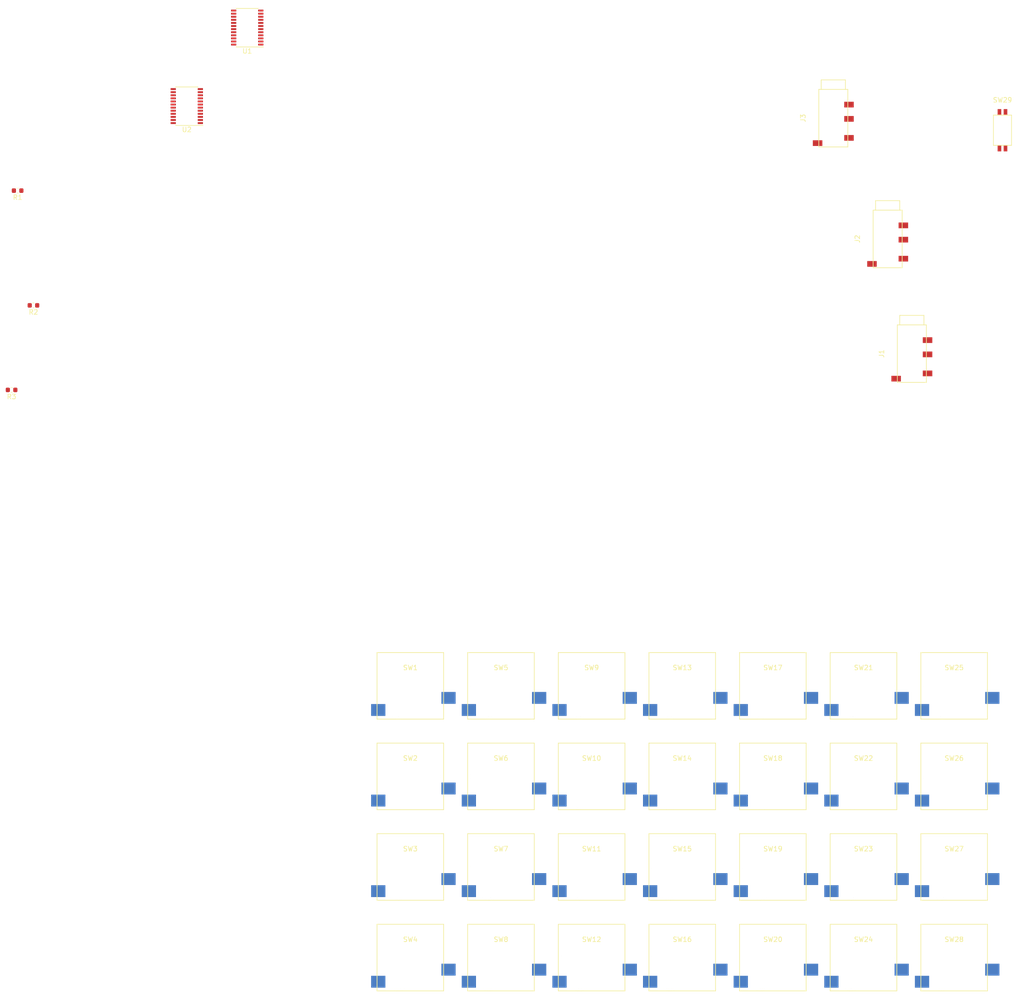
<source format=kicad_pcb>
(kicad_pcb (version 20171130) (host pcbnew 5.0.1-33cea8e~66~ubuntu18.04.1)

  (general
    (thickness 1.6)
    (drawings 0)
    (tracks 0)
    (zones 0)
    (modules 37)
    (nets 44)
  )

  (page A4)
  (layers
    (0 F.Cu signal)
    (31 B.Cu signal)
    (32 B.Adhes user)
    (33 F.Adhes user)
    (34 B.Paste user)
    (35 F.Paste user)
    (36 B.SilkS user)
    (37 F.SilkS user)
    (38 B.Mask user)
    (39 F.Mask user)
    (40 Dwgs.User user)
    (41 Cmts.User user)
    (42 Eco1.User user)
    (43 Eco2.User user)
    (44 Edge.Cuts user)
    (45 Margin user)
    (46 B.CrtYd user)
    (47 F.CrtYd user)
    (48 B.Fab user)
    (49 F.Fab user)
  )

  (setup
    (last_trace_width 0.25)
    (trace_clearance 0.2)
    (zone_clearance 0.508)
    (zone_45_only no)
    (trace_min 0.2)
    (segment_width 0.2)
    (edge_width 0.15)
    (via_size 0.8)
    (via_drill 0.4)
    (via_min_size 0.4)
    (via_min_drill 0.3)
    (uvia_size 0.3)
    (uvia_drill 0.1)
    (uvias_allowed no)
    (uvia_min_size 0.2)
    (uvia_min_drill 0.1)
    (pcb_text_width 0.3)
    (pcb_text_size 1.5 1.5)
    (mod_edge_width 0.15)
    (mod_text_size 1 1)
    (mod_text_width 0.15)
    (pad_size 1.524 1.524)
    (pad_drill 0.762)
    (pad_to_mask_clearance 0.051)
    (solder_mask_min_width 0.25)
    (aux_axis_origin 0 0)
    (visible_elements FFFFFF7F)
    (pcbplotparams
      (layerselection 0x010fc_ffffffff)
      (usegerberextensions false)
      (usegerberattributes false)
      (usegerberadvancedattributes false)
      (creategerberjobfile false)
      (excludeedgelayer true)
      (linewidth 0.100000)
      (plotframeref false)
      (viasonmask false)
      (mode 1)
      (useauxorigin false)
      (hpglpennumber 1)
      (hpglpenspeed 20)
      (hpglpendiameter 15.000000)
      (psnegative false)
      (psa4output false)
      (plotreference true)
      (plotvalue true)
      (plotinvisibletext false)
      (padsonsilk false)
      (subtractmaskfromsilk false)
      (outputformat 1)
      (mirror false)
      (drillshape 1)
      (scaleselection 1)
      (outputdirectory ""))
  )

  (net 0 "")
  (net 1 SCL1)
  (net 2 SDA1)
  (net 3 3V3)
  (net 4 GND)
  (net 5 SDA2)
  (net 6 SCL2)
  (net 7 INT)
  (net 8 "Net-(J3-PadR2)")
  (net 9 VCC)
  (net 10 A1)
  (net 11 A2)
  (net 12 R1C1)
  (net 13 R2C1)
  (net 14 R3C1)
  (net 15 R4C1)
  (net 16 R1C2)
  (net 17 R2C2)
  (net 18 R3C2)
  (net 19 R4C2)
  (net 20 R1C3)
  (net 21 R2C3)
  (net 22 R3C3)
  (net 23 R4C3)
  (net 24 R1C4)
  (net 25 R2C4)
  (net 26 R3C4)
  (net 27 R4C4)
  (net 28 R1C5)
  (net 29 R2C5)
  (net 30 R3C5)
  (net 31 R4C5)
  (net 32 R1C6)
  (net 33 R2C6)
  (net 34 R3C6)
  (net 35 R4C6)
  (net 36 R1C7)
  (net 37 R2C7)
  (net 38 R3C7)
  (net 39 R4C7)
  (net 40 "Net-(U2-Pad17)")
  (net 41 "Net-(U2-Pad18)")
  (net 42 "Net-(U2-Pad19)")
  (net 43 "Net-(U2-Pad20)")

  (net_class Default "This is the default net class."
    (clearance 0.2)
    (trace_width 0.25)
    (via_dia 0.8)
    (via_drill 0.4)
    (uvia_dia 0.3)
    (uvia_drill 0.1)
    (add_net 3V3)
    (add_net A1)
    (add_net A2)
    (add_net GND)
    (add_net INT)
    (add_net "Net-(J3-PadR2)")
    (add_net "Net-(U2-Pad17)")
    (add_net "Net-(U2-Pad18)")
    (add_net "Net-(U2-Pad19)")
    (add_net "Net-(U2-Pad20)")
    (add_net R1C1)
    (add_net R1C2)
    (add_net R1C3)
    (add_net R1C4)
    (add_net R1C5)
    (add_net R1C6)
    (add_net R1C7)
    (add_net R2C1)
    (add_net R2C2)
    (add_net R2C3)
    (add_net R2C4)
    (add_net R2C5)
    (add_net R2C6)
    (add_net R2C7)
    (add_net R3C1)
    (add_net R3C2)
    (add_net R3C3)
    (add_net R3C4)
    (add_net R3C5)
    (add_net R3C6)
    (add_net R3C7)
    (add_net R4C1)
    (add_net R4C2)
    (add_net R4C3)
    (add_net R4C4)
    (add_net R4C5)
    (add_net R4C6)
    (add_net R4C7)
    (add_net SCL1)
    (add_net SCL2)
    (add_net SDA1)
    (add_net SDA2)
    (add_net VCC)
  )

  (module library:TRRS_SMD_PJ320 (layer F.Cu) (tedit 5BC1D076) (tstamp 5BD85B20)
    (at 171.45 -24.13 270)
    (path /5BC2FF07)
    (fp_text reference J1 (at 0 6.35 270) (layer F.SilkS)
      (effects (font (size 1 1) (thickness 0.15)))
    )
    (fp_text value AudioJack4_Ground (at 0 -6.35 270) (layer F.Fab)
      (effects (font (size 1 1) (thickness 0.15)))
    )
    (fp_line (start -8.05 2.54) (end -6.05 2.54) (layer F.SilkS) (width 0.15))
    (fp_line (start -8.05 -2.54) (end -8.05 2.54) (layer F.SilkS) (width 0.15))
    (fp_line (start -6.05 -2.54) (end -8.05 -2.54) (layer F.SilkS) (width 0.15))
    (fp_line (start -6.05 3.05) (end -6.05 -3.05) (layer F.SilkS) (width 0.15))
    (fp_line (start 6.05 3.05) (end -6.05 3.05) (layer F.SilkS) (width 0.15))
    (fp_line (start 6.05 -3.05) (end 6.05 3.05) (layer F.SilkS) (width 0.15))
    (fp_line (start -6.05 -3.05) (end 6.05 -3.05) (layer F.SilkS) (width 0.15))
    (pad R2 smd rect (at -2.85 -3.3 270) (size 1.2 2) (layers F.Cu F.Paste F.Mask)
      (net 1 SCL1))
    (pad R1 smd rect (at 0.15 -3.3 270) (size 1.2 2) (layers F.Cu F.Paste F.Mask)
      (net 2 SDA1))
    (pad T smd rect (at 4.15 -3.3 270) (size 1.2 2) (layers F.Cu F.Paste F.Mask)
      (net 3 3V3))
    (pad S smd rect (at 5.25 3.3 270) (size 1.2 2) (layers F.Cu F.Paste F.Mask)
      (net 4 GND))
    (pad "" np_thru_hole circle (at 2.55 0 270) (size 1.524 1.524) (drill 1.524) (layers *.Cu *.Mask))
    (pad "" np_thru_hole circle (at -4.45 0 270) (size 1.524 1.524) (drill 1.524) (layers *.Cu *.Mask))
  )

  (module library:TRRS_SMD_PJ320 (layer F.Cu) (tedit 5BC1D076) (tstamp 5BD85B31)
    (at 166.37 -48.26 270)
    (path /5BC30075)
    (fp_text reference J2 (at 0 6.35 270) (layer F.SilkS)
      (effects (font (size 1 1) (thickness 0.15)))
    )
    (fp_text value AudioJack4_Ground (at 0 -6.35 270) (layer F.Fab)
      (effects (font (size 1 1) (thickness 0.15)))
    )
    (fp_line (start -6.05 -3.05) (end 6.05 -3.05) (layer F.SilkS) (width 0.15))
    (fp_line (start 6.05 -3.05) (end 6.05 3.05) (layer F.SilkS) (width 0.15))
    (fp_line (start 6.05 3.05) (end -6.05 3.05) (layer F.SilkS) (width 0.15))
    (fp_line (start -6.05 3.05) (end -6.05 -3.05) (layer F.SilkS) (width 0.15))
    (fp_line (start -6.05 -2.54) (end -8.05 -2.54) (layer F.SilkS) (width 0.15))
    (fp_line (start -8.05 -2.54) (end -8.05 2.54) (layer F.SilkS) (width 0.15))
    (fp_line (start -8.05 2.54) (end -6.05 2.54) (layer F.SilkS) (width 0.15))
    (pad "" np_thru_hole circle (at -4.45 0 270) (size 1.524 1.524) (drill 1.524) (layers *.Cu *.Mask))
    (pad "" np_thru_hole circle (at 2.55 0 270) (size 1.524 1.524) (drill 1.524) (layers *.Cu *.Mask))
    (pad S smd rect (at 5.25 3.3 270) (size 1.2 2) (layers F.Cu F.Paste F.Mask)
      (net 4 GND))
    (pad T smd rect (at 4.15 -3.3 270) (size 1.2 2) (layers F.Cu F.Paste F.Mask)
      (net 3 3V3))
    (pad R1 smd rect (at 0.15 -3.3 270) (size 1.2 2) (layers F.Cu F.Paste F.Mask)
      (net 5 SDA2))
    (pad R2 smd rect (at -2.85 -3.3 270) (size 1.2 2) (layers F.Cu F.Paste F.Mask)
      (net 6 SCL2))
  )

  (module library:TRRS_SMD_PJ320 (layer F.Cu) (tedit 5BC1D076) (tstamp 5BD85B42)
    (at 154.94 -73.66 270)
    (path /5BC32F04)
    (fp_text reference J3 (at 0 6.35 270) (layer F.SilkS)
      (effects (font (size 1 1) (thickness 0.15)))
    )
    (fp_text value AudioJack4_Ground (at 0 -6.35 270) (layer F.Fab)
      (effects (font (size 1 1) (thickness 0.15)))
    )
    (fp_line (start -6.05 -3.05) (end 6.05 -3.05) (layer F.SilkS) (width 0.15))
    (fp_line (start 6.05 -3.05) (end 6.05 3.05) (layer F.SilkS) (width 0.15))
    (fp_line (start 6.05 3.05) (end -6.05 3.05) (layer F.SilkS) (width 0.15))
    (fp_line (start -6.05 3.05) (end -6.05 -3.05) (layer F.SilkS) (width 0.15))
    (fp_line (start -6.05 -2.54) (end -8.05 -2.54) (layer F.SilkS) (width 0.15))
    (fp_line (start -8.05 -2.54) (end -8.05 2.54) (layer F.SilkS) (width 0.15))
    (fp_line (start -8.05 2.54) (end -6.05 2.54) (layer F.SilkS) (width 0.15))
    (pad "" np_thru_hole circle (at -4.45 0 270) (size 1.524 1.524) (drill 1.524) (layers *.Cu *.Mask))
    (pad "" np_thru_hole circle (at 2.55 0 270) (size 1.524 1.524) (drill 1.524) (layers *.Cu *.Mask))
    (pad S smd rect (at 5.25 3.3 270) (size 1.2 2) (layers F.Cu F.Paste F.Mask)
      (net 4 GND))
    (pad T smd rect (at 4.15 -3.3 270) (size 1.2 2) (layers F.Cu F.Paste F.Mask)
      (net 3 3V3))
    (pad R1 smd rect (at 0.15 -3.3 270) (size 1.2 2) (layers F.Cu F.Paste F.Mask)
      (net 7 INT))
    (pad R2 smd rect (at -2.85 -3.3 270) (size 1.2 2) (layers F.Cu F.Paste F.Mask)
      (net 8 "Net-(J3-PadR2)"))
  )

  (module Resistor_SMD:R_0603_1608Metric (layer F.Cu) (tedit 5B301BBD) (tstamp 5BD85B53)
    (at -16.51 -58.42 180)
    (descr "Resistor SMD 0603 (1608 Metric), square (rectangular) end terminal, IPC_7351 nominal, (Body size source: http://www.tortai-tech.com/upload/download/2011102023233369053.pdf), generated with kicad-footprint-generator")
    (tags resistor)
    (path /5BC338CC)
    (attr smd)
    (fp_text reference R1 (at 0 -1.43 180) (layer F.SilkS)
      (effects (font (size 1 1) (thickness 0.15)))
    )
    (fp_text value "10 kΩ" (at 0 1.43 180) (layer F.Fab)
      (effects (font (size 1 1) (thickness 0.15)))
    )
    (fp_line (start -0.8 0.4) (end -0.8 -0.4) (layer F.Fab) (width 0.1))
    (fp_line (start -0.8 -0.4) (end 0.8 -0.4) (layer F.Fab) (width 0.1))
    (fp_line (start 0.8 -0.4) (end 0.8 0.4) (layer F.Fab) (width 0.1))
    (fp_line (start 0.8 0.4) (end -0.8 0.4) (layer F.Fab) (width 0.1))
    (fp_line (start -0.162779 -0.51) (end 0.162779 -0.51) (layer F.SilkS) (width 0.12))
    (fp_line (start -0.162779 0.51) (end 0.162779 0.51) (layer F.SilkS) (width 0.12))
    (fp_line (start -1.48 0.73) (end -1.48 -0.73) (layer F.CrtYd) (width 0.05))
    (fp_line (start -1.48 -0.73) (end 1.48 -0.73) (layer F.CrtYd) (width 0.05))
    (fp_line (start 1.48 -0.73) (end 1.48 0.73) (layer F.CrtYd) (width 0.05))
    (fp_line (start 1.48 0.73) (end -1.48 0.73) (layer F.CrtYd) (width 0.05))
    (fp_text user %R (at 0 0 180) (layer F.Fab)
      (effects (font (size 0.4 0.4) (thickness 0.06)))
    )
    (pad 1 smd roundrect (at -0.7875 0 180) (size 0.875 0.95) (layers F.Cu F.Paste F.Mask) (roundrect_rratio 0.25)
      (net 9 VCC))
    (pad 2 smd roundrect (at 0.7875 0 180) (size 0.875 0.95) (layers F.Cu F.Paste F.Mask) (roundrect_rratio 0.25)
      (net 7 INT))
    (model ${KISYS3DMOD}/Resistor_SMD.3dshapes/R_0603_1608Metric.wrl
      (at (xyz 0 0 0))
      (scale (xyz 1 1 1))
      (rotate (xyz 0 0 0))
    )
  )

  (module Resistor_SMD:R_0603_1608Metric (layer F.Cu) (tedit 5B301BBD) (tstamp 5BD85B64)
    (at -13.1825 -34.29 180)
    (descr "Resistor SMD 0603 (1608 Metric), square (rectangular) end terminal, IPC_7351 nominal, (Body size source: http://www.tortai-tech.com/upload/download/2011102023233369053.pdf), generated with kicad-footprint-generator")
    (tags resistor)
    (path /5BC34D2C)
    (attr smd)
    (fp_text reference R2 (at 0 -1.43 180) (layer F.SilkS)
      (effects (font (size 1 1) (thickness 0.15)))
    )
    (fp_text value "10 kΩ" (at 0 1.43 180) (layer F.Fab)
      (effects (font (size 1 1) (thickness 0.15)))
    )
    (fp_text user %R (at 0 0 180) (layer F.Fab)
      (effects (font (size 0.4 0.4) (thickness 0.06)))
    )
    (fp_line (start 1.48 0.73) (end -1.48 0.73) (layer F.CrtYd) (width 0.05))
    (fp_line (start 1.48 -0.73) (end 1.48 0.73) (layer F.CrtYd) (width 0.05))
    (fp_line (start -1.48 -0.73) (end 1.48 -0.73) (layer F.CrtYd) (width 0.05))
    (fp_line (start -1.48 0.73) (end -1.48 -0.73) (layer F.CrtYd) (width 0.05))
    (fp_line (start -0.162779 0.51) (end 0.162779 0.51) (layer F.SilkS) (width 0.12))
    (fp_line (start -0.162779 -0.51) (end 0.162779 -0.51) (layer F.SilkS) (width 0.12))
    (fp_line (start 0.8 0.4) (end -0.8 0.4) (layer F.Fab) (width 0.1))
    (fp_line (start 0.8 -0.4) (end 0.8 0.4) (layer F.Fab) (width 0.1))
    (fp_line (start -0.8 -0.4) (end 0.8 -0.4) (layer F.Fab) (width 0.1))
    (fp_line (start -0.8 0.4) (end -0.8 -0.4) (layer F.Fab) (width 0.1))
    (pad 2 smd roundrect (at 0.7875 0 180) (size 0.875 0.95) (layers F.Cu F.Paste F.Mask) (roundrect_rratio 0.25)
      (net 10 A1))
    (pad 1 smd roundrect (at -0.7875 0 180) (size 0.875 0.95) (layers F.Cu F.Paste F.Mask) (roundrect_rratio 0.25)
      (net 9 VCC))
    (model ${KISYS3DMOD}/Resistor_SMD.3dshapes/R_0603_1608Metric.wrl
      (at (xyz 0 0 0))
      (scale (xyz 1 1 1))
      (rotate (xyz 0 0 0))
    )
  )

  (module Resistor_SMD:R_0603_1608Metric (layer F.Cu) (tedit 5B301BBD) (tstamp 5BD86945)
    (at -17.78 -16.51 180)
    (descr "Resistor SMD 0603 (1608 Metric), square (rectangular) end terminal, IPC_7351 nominal, (Body size source: http://www.tortai-tech.com/upload/download/2011102023233369053.pdf), generated with kicad-footprint-generator")
    (tags resistor)
    (path /5BC35F1C)
    (attr smd)
    (fp_text reference R3 (at 0 -1.43 180) (layer F.SilkS)
      (effects (font (size 1 1) (thickness 0.15)))
    )
    (fp_text value "10 kΩ" (at 0 1.43 180) (layer F.Fab)
      (effects (font (size 1 1) (thickness 0.15)))
    )
    (fp_line (start -0.8 0.4) (end -0.8 -0.4) (layer F.Fab) (width 0.1))
    (fp_line (start -0.8 -0.4) (end 0.8 -0.4) (layer F.Fab) (width 0.1))
    (fp_line (start 0.8 -0.4) (end 0.8 0.4) (layer F.Fab) (width 0.1))
    (fp_line (start 0.8 0.4) (end -0.8 0.4) (layer F.Fab) (width 0.1))
    (fp_line (start -0.162779 -0.51) (end 0.162779 -0.51) (layer F.SilkS) (width 0.12))
    (fp_line (start -0.162779 0.51) (end 0.162779 0.51) (layer F.SilkS) (width 0.12))
    (fp_line (start -1.48 0.73) (end -1.48 -0.73) (layer F.CrtYd) (width 0.05))
    (fp_line (start -1.48 -0.73) (end 1.48 -0.73) (layer F.CrtYd) (width 0.05))
    (fp_line (start 1.48 -0.73) (end 1.48 0.73) (layer F.CrtYd) (width 0.05))
    (fp_line (start 1.48 0.73) (end -1.48 0.73) (layer F.CrtYd) (width 0.05))
    (fp_text user %R (at 0 0 180) (layer F.Fab)
      (effects (font (size 0.4 0.4) (thickness 0.06)))
    )
    (pad 1 smd roundrect (at -0.7875 0 180) (size 0.875 0.95) (layers F.Cu F.Paste F.Mask) (roundrect_rratio 0.25)
      (net 9 VCC))
    (pad 2 smd roundrect (at 0.7875 0 180) (size 0.875 0.95) (layers F.Cu F.Paste F.Mask) (roundrect_rratio 0.25)
      (net 11 A2))
    (model ${KISYS3DMOD}/Resistor_SMD.3dshapes/R_0603_1608Metric.wrl
      (at (xyz 0 0 0))
      (scale (xyz 1 1 1))
      (rotate (xyz 0 0 0))
    )
  )

  (module library:Kailh_Socket (layer F.Cu) (tedit 5BC353E7) (tstamp 5BD85B84)
    (at 66.04 45.72 180)
    (path /5BC36D71)
    (fp_text reference SW1 (at 0 3.81 180) (layer F.SilkS)
      (effects (font (size 1 1) (thickness 0.15)))
    )
    (fp_text value SW_Push (at 0 -8.89 180) (layer F.Fab)
      (effects (font (size 1 1) (thickness 0.15)))
    )
    (fp_line (start -7 7) (end -7 -7) (layer F.SilkS) (width 0.15))
    (fp_line (start 7 7) (end 7 -7) (layer F.SilkS) (width 0.15))
    (fp_line (start -7 7) (end 7 7) (layer F.SilkS) (width 0.15))
    (fp_line (start -7 -7) (end 7 -7) (layer F.SilkS) (width 0.15))
    (pad "" np_thru_hole circle (at 0 0 180) (size 3.9878 3.9878) (drill 3.9878) (layers *.Cu *.Mask))
    (pad "" np_thru_hole circle (at -5.08 0 180) (size 1.7018 1.7018) (drill 1.7018) (layers *.Cu *.Mask))
    (pad "" np_thru_hole circle (at 5.08 0 180) (size 1.7018 1.7018) (drill 1.7018) (layers *.Cu *.Mask))
    (pad "" np_thru_hole circle (at -3.81 -2.54 180) (size 3 3) (drill 3) (layers *.Cu *.Mask))
    (pad "" np_thru_hole circle (at 2.54 -5.08 180) (size 3 3) (drill 3) (layers *.Cu *.Mask))
    (pad 2 smd rect (at 6.75 -5.08 180) (size 3 2.5) (layers B.Cu B.Paste B.Mask)
      (net 12 R1C1))
    (pad 1 smd rect (at -8.02 -2.54 180) (size 3 2.5) (layers B.Cu B.Paste B.Mask)
      (net 4 GND))
  )

  (module library:Kailh_Socket (layer F.Cu) (tedit 5BC353E7) (tstamp 5BD85B93)
    (at 66.04 64.77 180)
    (path /5BC3862E)
    (fp_text reference SW2 (at 0 3.81 180) (layer F.SilkS)
      (effects (font (size 1 1) (thickness 0.15)))
    )
    (fp_text value SW_Push (at 0 -8.89 180) (layer F.Fab)
      (effects (font (size 1 1) (thickness 0.15)))
    )
    (fp_line (start -7 -7) (end 7 -7) (layer F.SilkS) (width 0.15))
    (fp_line (start -7 7) (end 7 7) (layer F.SilkS) (width 0.15))
    (fp_line (start 7 7) (end 7 -7) (layer F.SilkS) (width 0.15))
    (fp_line (start -7 7) (end -7 -7) (layer F.SilkS) (width 0.15))
    (pad 1 smd rect (at -8.02 -2.54 180) (size 3 2.5) (layers B.Cu B.Paste B.Mask)
      (net 4 GND))
    (pad 2 smd rect (at 6.75 -5.08 180) (size 3 2.5) (layers B.Cu B.Paste B.Mask)
      (net 13 R2C1))
    (pad "" np_thru_hole circle (at 2.54 -5.08 180) (size 3 3) (drill 3) (layers *.Cu *.Mask))
    (pad "" np_thru_hole circle (at -3.81 -2.54 180) (size 3 3) (drill 3) (layers *.Cu *.Mask))
    (pad "" np_thru_hole circle (at 5.08 0 180) (size 1.7018 1.7018) (drill 1.7018) (layers *.Cu *.Mask))
    (pad "" np_thru_hole circle (at -5.08 0 180) (size 1.7018 1.7018) (drill 1.7018) (layers *.Cu *.Mask))
    (pad "" np_thru_hole circle (at 0 0 180) (size 3.9878 3.9878) (drill 3.9878) (layers *.Cu *.Mask))
  )

  (module library:Kailh_Socket (layer F.Cu) (tedit 5BC353E7) (tstamp 5BD85BA2)
    (at 66.04 83.82 180)
    (path /5BC38FF5)
    (fp_text reference SW3 (at 0 3.81 180) (layer F.SilkS)
      (effects (font (size 1 1) (thickness 0.15)))
    )
    (fp_text value SW_Push (at 0 -8.89 180) (layer F.Fab)
      (effects (font (size 1 1) (thickness 0.15)))
    )
    (fp_line (start -7 7) (end -7 -7) (layer F.SilkS) (width 0.15))
    (fp_line (start 7 7) (end 7 -7) (layer F.SilkS) (width 0.15))
    (fp_line (start -7 7) (end 7 7) (layer F.SilkS) (width 0.15))
    (fp_line (start -7 -7) (end 7 -7) (layer F.SilkS) (width 0.15))
    (pad "" np_thru_hole circle (at 0 0 180) (size 3.9878 3.9878) (drill 3.9878) (layers *.Cu *.Mask))
    (pad "" np_thru_hole circle (at -5.08 0 180) (size 1.7018 1.7018) (drill 1.7018) (layers *.Cu *.Mask))
    (pad "" np_thru_hole circle (at 5.08 0 180) (size 1.7018 1.7018) (drill 1.7018) (layers *.Cu *.Mask))
    (pad "" np_thru_hole circle (at -3.81 -2.54 180) (size 3 3) (drill 3) (layers *.Cu *.Mask))
    (pad "" np_thru_hole circle (at 2.54 -5.08 180) (size 3 3) (drill 3) (layers *.Cu *.Mask))
    (pad 2 smd rect (at 6.75 -5.08 180) (size 3 2.5) (layers B.Cu B.Paste B.Mask)
      (net 14 R3C1))
    (pad 1 smd rect (at -8.02 -2.54 180) (size 3 2.5) (layers B.Cu B.Paste B.Mask)
      (net 4 GND))
  )

  (module library:Kailh_Socket (layer F.Cu) (tedit 5BC353E7) (tstamp 5BD85BB1)
    (at 66.04 102.87 180)
    (path /5BC3901F)
    (fp_text reference SW4 (at 0 3.81 180) (layer F.SilkS)
      (effects (font (size 1 1) (thickness 0.15)))
    )
    (fp_text value SW_Push (at 0 -8.89 180) (layer F.Fab)
      (effects (font (size 1 1) (thickness 0.15)))
    )
    (fp_line (start -7 -7) (end 7 -7) (layer F.SilkS) (width 0.15))
    (fp_line (start -7 7) (end 7 7) (layer F.SilkS) (width 0.15))
    (fp_line (start 7 7) (end 7 -7) (layer F.SilkS) (width 0.15))
    (fp_line (start -7 7) (end -7 -7) (layer F.SilkS) (width 0.15))
    (pad 1 smd rect (at -8.02 -2.54 180) (size 3 2.5) (layers B.Cu B.Paste B.Mask)
      (net 4 GND))
    (pad 2 smd rect (at 6.75 -5.08 180) (size 3 2.5) (layers B.Cu B.Paste B.Mask)
      (net 15 R4C1))
    (pad "" np_thru_hole circle (at 2.54 -5.08 180) (size 3 3) (drill 3) (layers *.Cu *.Mask))
    (pad "" np_thru_hole circle (at -3.81 -2.54 180) (size 3 3) (drill 3) (layers *.Cu *.Mask))
    (pad "" np_thru_hole circle (at 5.08 0 180) (size 1.7018 1.7018) (drill 1.7018) (layers *.Cu *.Mask))
    (pad "" np_thru_hole circle (at -5.08 0 180) (size 1.7018 1.7018) (drill 1.7018) (layers *.Cu *.Mask))
    (pad "" np_thru_hole circle (at 0 0 180) (size 3.9878 3.9878) (drill 3.9878) (layers *.Cu *.Mask))
  )

  (module library:Kailh_Socket (layer F.Cu) (tedit 5BC353E7) (tstamp 5BD85BC0)
    (at 85.09 45.72 180)
    (path /5BC36E9B)
    (fp_text reference SW5 (at 0 3.81 180) (layer F.SilkS)
      (effects (font (size 1 1) (thickness 0.15)))
    )
    (fp_text value SW_Push (at 0 -8.89 180) (layer F.Fab)
      (effects (font (size 1 1) (thickness 0.15)))
    )
    (fp_line (start -7 -7) (end 7 -7) (layer F.SilkS) (width 0.15))
    (fp_line (start -7 7) (end 7 7) (layer F.SilkS) (width 0.15))
    (fp_line (start 7 7) (end 7 -7) (layer F.SilkS) (width 0.15))
    (fp_line (start -7 7) (end -7 -7) (layer F.SilkS) (width 0.15))
    (pad 1 smd rect (at -8.02 -2.54 180) (size 3 2.5) (layers B.Cu B.Paste B.Mask)
      (net 4 GND))
    (pad 2 smd rect (at 6.75 -5.08 180) (size 3 2.5) (layers B.Cu B.Paste B.Mask)
      (net 16 R1C2))
    (pad "" np_thru_hole circle (at 2.54 -5.08 180) (size 3 3) (drill 3) (layers *.Cu *.Mask))
    (pad "" np_thru_hole circle (at -3.81 -2.54 180) (size 3 3) (drill 3) (layers *.Cu *.Mask))
    (pad "" np_thru_hole circle (at 5.08 0 180) (size 1.7018 1.7018) (drill 1.7018) (layers *.Cu *.Mask))
    (pad "" np_thru_hole circle (at -5.08 0 180) (size 1.7018 1.7018) (drill 1.7018) (layers *.Cu *.Mask))
    (pad "" np_thru_hole circle (at 0 0 180) (size 3.9878 3.9878) (drill 3.9878) (layers *.Cu *.Mask))
  )

  (module library:Kailh_Socket (layer F.Cu) (tedit 5BC353E7) (tstamp 5BD85BCF)
    (at 85.09 64.77 180)
    (path /5BC38634)
    (fp_text reference SW6 (at 0 3.81 180) (layer F.SilkS)
      (effects (font (size 1 1) (thickness 0.15)))
    )
    (fp_text value SW_Push (at 0 -8.89 180) (layer F.Fab)
      (effects (font (size 1 1) (thickness 0.15)))
    )
    (fp_line (start -7 7) (end -7 -7) (layer F.SilkS) (width 0.15))
    (fp_line (start 7 7) (end 7 -7) (layer F.SilkS) (width 0.15))
    (fp_line (start -7 7) (end 7 7) (layer F.SilkS) (width 0.15))
    (fp_line (start -7 -7) (end 7 -7) (layer F.SilkS) (width 0.15))
    (pad "" np_thru_hole circle (at 0 0 180) (size 3.9878 3.9878) (drill 3.9878) (layers *.Cu *.Mask))
    (pad "" np_thru_hole circle (at -5.08 0 180) (size 1.7018 1.7018) (drill 1.7018) (layers *.Cu *.Mask))
    (pad "" np_thru_hole circle (at 5.08 0 180) (size 1.7018 1.7018) (drill 1.7018) (layers *.Cu *.Mask))
    (pad "" np_thru_hole circle (at -3.81 -2.54 180) (size 3 3) (drill 3) (layers *.Cu *.Mask))
    (pad "" np_thru_hole circle (at 2.54 -5.08 180) (size 3 3) (drill 3) (layers *.Cu *.Mask))
    (pad 2 smd rect (at 6.75 -5.08 180) (size 3 2.5) (layers B.Cu B.Paste B.Mask)
      (net 17 R2C2))
    (pad 1 smd rect (at -8.02 -2.54 180) (size 3 2.5) (layers B.Cu B.Paste B.Mask)
      (net 4 GND))
  )

  (module library:Kailh_Socket (layer F.Cu) (tedit 5BC353E7) (tstamp 5BD85BDE)
    (at 85.09 83.82 180)
    (path /5BC38FFB)
    (fp_text reference SW7 (at 0 3.81 180) (layer F.SilkS)
      (effects (font (size 1 1) (thickness 0.15)))
    )
    (fp_text value SW_Push (at 0 -8.89 180) (layer F.Fab)
      (effects (font (size 1 1) (thickness 0.15)))
    )
    (fp_line (start -7 -7) (end 7 -7) (layer F.SilkS) (width 0.15))
    (fp_line (start -7 7) (end 7 7) (layer F.SilkS) (width 0.15))
    (fp_line (start 7 7) (end 7 -7) (layer F.SilkS) (width 0.15))
    (fp_line (start -7 7) (end -7 -7) (layer F.SilkS) (width 0.15))
    (pad 1 smd rect (at -8.02 -2.54 180) (size 3 2.5) (layers B.Cu B.Paste B.Mask)
      (net 4 GND))
    (pad 2 smd rect (at 6.75 -5.08 180) (size 3 2.5) (layers B.Cu B.Paste B.Mask)
      (net 18 R3C2))
    (pad "" np_thru_hole circle (at 2.54 -5.08 180) (size 3 3) (drill 3) (layers *.Cu *.Mask))
    (pad "" np_thru_hole circle (at -3.81 -2.54 180) (size 3 3) (drill 3) (layers *.Cu *.Mask))
    (pad "" np_thru_hole circle (at 5.08 0 180) (size 1.7018 1.7018) (drill 1.7018) (layers *.Cu *.Mask))
    (pad "" np_thru_hole circle (at -5.08 0 180) (size 1.7018 1.7018) (drill 1.7018) (layers *.Cu *.Mask))
    (pad "" np_thru_hole circle (at 0 0 180) (size 3.9878 3.9878) (drill 3.9878) (layers *.Cu *.Mask))
  )

  (module library:Kailh_Socket (layer F.Cu) (tedit 5BC353E7) (tstamp 5BD85BED)
    (at 85.09 102.87 180)
    (path /5BC39025)
    (fp_text reference SW8 (at 0 3.81 180) (layer F.SilkS)
      (effects (font (size 1 1) (thickness 0.15)))
    )
    (fp_text value SW_Push (at 0 -8.89 180) (layer F.Fab)
      (effects (font (size 1 1) (thickness 0.15)))
    )
    (fp_line (start -7 7) (end -7 -7) (layer F.SilkS) (width 0.15))
    (fp_line (start 7 7) (end 7 -7) (layer F.SilkS) (width 0.15))
    (fp_line (start -7 7) (end 7 7) (layer F.SilkS) (width 0.15))
    (fp_line (start -7 -7) (end 7 -7) (layer F.SilkS) (width 0.15))
    (pad "" np_thru_hole circle (at 0 0 180) (size 3.9878 3.9878) (drill 3.9878) (layers *.Cu *.Mask))
    (pad "" np_thru_hole circle (at -5.08 0 180) (size 1.7018 1.7018) (drill 1.7018) (layers *.Cu *.Mask))
    (pad "" np_thru_hole circle (at 5.08 0 180) (size 1.7018 1.7018) (drill 1.7018) (layers *.Cu *.Mask))
    (pad "" np_thru_hole circle (at -3.81 -2.54 180) (size 3 3) (drill 3) (layers *.Cu *.Mask))
    (pad "" np_thru_hole circle (at 2.54 -5.08 180) (size 3 3) (drill 3) (layers *.Cu *.Mask))
    (pad 2 smd rect (at 6.75 -5.08 180) (size 3 2.5) (layers B.Cu B.Paste B.Mask)
      (net 19 R4C2))
    (pad 1 smd rect (at -8.02 -2.54 180) (size 3 2.5) (layers B.Cu B.Paste B.Mask)
      (net 4 GND))
  )

  (module library:Kailh_Socket (layer F.Cu) (tedit 5BC353E7) (tstamp 5BD85BFC)
    (at 104.14 45.72 180)
    (path /5BC370A5)
    (fp_text reference SW9 (at 0 3.81 180) (layer F.SilkS)
      (effects (font (size 1 1) (thickness 0.15)))
    )
    (fp_text value SW_Push (at 0 -8.89 180) (layer F.Fab)
      (effects (font (size 1 1) (thickness 0.15)))
    )
    (fp_line (start -7 7) (end -7 -7) (layer F.SilkS) (width 0.15))
    (fp_line (start 7 7) (end 7 -7) (layer F.SilkS) (width 0.15))
    (fp_line (start -7 7) (end 7 7) (layer F.SilkS) (width 0.15))
    (fp_line (start -7 -7) (end 7 -7) (layer F.SilkS) (width 0.15))
    (pad "" np_thru_hole circle (at 0 0 180) (size 3.9878 3.9878) (drill 3.9878) (layers *.Cu *.Mask))
    (pad "" np_thru_hole circle (at -5.08 0 180) (size 1.7018 1.7018) (drill 1.7018) (layers *.Cu *.Mask))
    (pad "" np_thru_hole circle (at 5.08 0 180) (size 1.7018 1.7018) (drill 1.7018) (layers *.Cu *.Mask))
    (pad "" np_thru_hole circle (at -3.81 -2.54 180) (size 3 3) (drill 3) (layers *.Cu *.Mask))
    (pad "" np_thru_hole circle (at 2.54 -5.08 180) (size 3 3) (drill 3) (layers *.Cu *.Mask))
    (pad 2 smd rect (at 6.75 -5.08 180) (size 3 2.5) (layers B.Cu B.Paste B.Mask)
      (net 20 R1C3))
    (pad 1 smd rect (at -8.02 -2.54 180) (size 3 2.5) (layers B.Cu B.Paste B.Mask)
      (net 4 GND))
  )

  (module library:Kailh_Socket (layer F.Cu) (tedit 5BC353E7) (tstamp 5BD85C0B)
    (at 104.14 64.77 180)
    (path /5BC3863A)
    (fp_text reference SW10 (at 0 3.81 180) (layer F.SilkS)
      (effects (font (size 1 1) (thickness 0.15)))
    )
    (fp_text value SW_Push (at 0 -8.89 180) (layer F.Fab)
      (effects (font (size 1 1) (thickness 0.15)))
    )
    (fp_line (start -7 -7) (end 7 -7) (layer F.SilkS) (width 0.15))
    (fp_line (start -7 7) (end 7 7) (layer F.SilkS) (width 0.15))
    (fp_line (start 7 7) (end 7 -7) (layer F.SilkS) (width 0.15))
    (fp_line (start -7 7) (end -7 -7) (layer F.SilkS) (width 0.15))
    (pad 1 smd rect (at -8.02 -2.54 180) (size 3 2.5) (layers B.Cu B.Paste B.Mask)
      (net 4 GND))
    (pad 2 smd rect (at 6.75 -5.08 180) (size 3 2.5) (layers B.Cu B.Paste B.Mask)
      (net 21 R2C3))
    (pad "" np_thru_hole circle (at 2.54 -5.08 180) (size 3 3) (drill 3) (layers *.Cu *.Mask))
    (pad "" np_thru_hole circle (at -3.81 -2.54 180) (size 3 3) (drill 3) (layers *.Cu *.Mask))
    (pad "" np_thru_hole circle (at 5.08 0 180) (size 1.7018 1.7018) (drill 1.7018) (layers *.Cu *.Mask))
    (pad "" np_thru_hole circle (at -5.08 0 180) (size 1.7018 1.7018) (drill 1.7018) (layers *.Cu *.Mask))
    (pad "" np_thru_hole circle (at 0 0 180) (size 3.9878 3.9878) (drill 3.9878) (layers *.Cu *.Mask))
  )

  (module library:Kailh_Socket (layer F.Cu) (tedit 5BC353E7) (tstamp 5BD85C1A)
    (at 104.14 83.82 180)
    (path /5BC39001)
    (fp_text reference SW11 (at 0 3.81 180) (layer F.SilkS)
      (effects (font (size 1 1) (thickness 0.15)))
    )
    (fp_text value SW_Push (at 0 -8.89 180) (layer F.Fab)
      (effects (font (size 1 1) (thickness 0.15)))
    )
    (fp_line (start -7 7) (end -7 -7) (layer F.SilkS) (width 0.15))
    (fp_line (start 7 7) (end 7 -7) (layer F.SilkS) (width 0.15))
    (fp_line (start -7 7) (end 7 7) (layer F.SilkS) (width 0.15))
    (fp_line (start -7 -7) (end 7 -7) (layer F.SilkS) (width 0.15))
    (pad "" np_thru_hole circle (at 0 0 180) (size 3.9878 3.9878) (drill 3.9878) (layers *.Cu *.Mask))
    (pad "" np_thru_hole circle (at -5.08 0 180) (size 1.7018 1.7018) (drill 1.7018) (layers *.Cu *.Mask))
    (pad "" np_thru_hole circle (at 5.08 0 180) (size 1.7018 1.7018) (drill 1.7018) (layers *.Cu *.Mask))
    (pad "" np_thru_hole circle (at -3.81 -2.54 180) (size 3 3) (drill 3) (layers *.Cu *.Mask))
    (pad "" np_thru_hole circle (at 2.54 -5.08 180) (size 3 3) (drill 3) (layers *.Cu *.Mask))
    (pad 2 smd rect (at 6.75 -5.08 180) (size 3 2.5) (layers B.Cu B.Paste B.Mask)
      (net 22 R3C3))
    (pad 1 smd rect (at -8.02 -2.54 180) (size 3 2.5) (layers B.Cu B.Paste B.Mask)
      (net 4 GND))
  )

  (module library:Kailh_Socket (layer F.Cu) (tedit 5BC353E7) (tstamp 5BD85C29)
    (at 104.14 102.87 180)
    (path /5BC3902B)
    (fp_text reference SW12 (at 0 3.81 180) (layer F.SilkS)
      (effects (font (size 1 1) (thickness 0.15)))
    )
    (fp_text value SW_Push (at 0 -8.89 180) (layer F.Fab)
      (effects (font (size 1 1) (thickness 0.15)))
    )
    (fp_line (start -7 -7) (end 7 -7) (layer F.SilkS) (width 0.15))
    (fp_line (start -7 7) (end 7 7) (layer F.SilkS) (width 0.15))
    (fp_line (start 7 7) (end 7 -7) (layer F.SilkS) (width 0.15))
    (fp_line (start -7 7) (end -7 -7) (layer F.SilkS) (width 0.15))
    (pad 1 smd rect (at -8.02 -2.54 180) (size 3 2.5) (layers B.Cu B.Paste B.Mask)
      (net 4 GND))
    (pad 2 smd rect (at 6.75 -5.08 180) (size 3 2.5) (layers B.Cu B.Paste B.Mask)
      (net 23 R4C3))
    (pad "" np_thru_hole circle (at 2.54 -5.08 180) (size 3 3) (drill 3) (layers *.Cu *.Mask))
    (pad "" np_thru_hole circle (at -3.81 -2.54 180) (size 3 3) (drill 3) (layers *.Cu *.Mask))
    (pad "" np_thru_hole circle (at 5.08 0 180) (size 1.7018 1.7018) (drill 1.7018) (layers *.Cu *.Mask))
    (pad "" np_thru_hole circle (at -5.08 0 180) (size 1.7018 1.7018) (drill 1.7018) (layers *.Cu *.Mask))
    (pad "" np_thru_hole circle (at 0 0 180) (size 3.9878 3.9878) (drill 3.9878) (layers *.Cu *.Mask))
  )

  (module library:Kailh_Socket (layer F.Cu) (tedit 5BC353E7) (tstamp 5BD85C38)
    (at 123.19 45.72 180)
    (path /5BC370F3)
    (fp_text reference SW13 (at 0 3.81 180) (layer F.SilkS)
      (effects (font (size 1 1) (thickness 0.15)))
    )
    (fp_text value SW_Push (at 0 -8.89 180) (layer F.Fab)
      (effects (font (size 1 1) (thickness 0.15)))
    )
    (fp_line (start -7 -7) (end 7 -7) (layer F.SilkS) (width 0.15))
    (fp_line (start -7 7) (end 7 7) (layer F.SilkS) (width 0.15))
    (fp_line (start 7 7) (end 7 -7) (layer F.SilkS) (width 0.15))
    (fp_line (start -7 7) (end -7 -7) (layer F.SilkS) (width 0.15))
    (pad 1 smd rect (at -8.02 -2.54 180) (size 3 2.5) (layers B.Cu B.Paste B.Mask)
      (net 4 GND))
    (pad 2 smd rect (at 6.75 -5.08 180) (size 3 2.5) (layers B.Cu B.Paste B.Mask)
      (net 24 R1C4))
    (pad "" np_thru_hole circle (at 2.54 -5.08 180) (size 3 3) (drill 3) (layers *.Cu *.Mask))
    (pad "" np_thru_hole circle (at -3.81 -2.54 180) (size 3 3) (drill 3) (layers *.Cu *.Mask))
    (pad "" np_thru_hole circle (at 5.08 0 180) (size 1.7018 1.7018) (drill 1.7018) (layers *.Cu *.Mask))
    (pad "" np_thru_hole circle (at -5.08 0 180) (size 1.7018 1.7018) (drill 1.7018) (layers *.Cu *.Mask))
    (pad "" np_thru_hole circle (at 0 0 180) (size 3.9878 3.9878) (drill 3.9878) (layers *.Cu *.Mask))
  )

  (module library:Kailh_Socket (layer F.Cu) (tedit 5BC353E7) (tstamp 5BD85C47)
    (at 123.19 64.77 180)
    (path /5BC38640)
    (fp_text reference SW14 (at 0 3.81 180) (layer F.SilkS)
      (effects (font (size 1 1) (thickness 0.15)))
    )
    (fp_text value SW_Push (at 0 -8.89 180) (layer F.Fab)
      (effects (font (size 1 1) (thickness 0.15)))
    )
    (fp_line (start -7 -7) (end 7 -7) (layer F.SilkS) (width 0.15))
    (fp_line (start -7 7) (end 7 7) (layer F.SilkS) (width 0.15))
    (fp_line (start 7 7) (end 7 -7) (layer F.SilkS) (width 0.15))
    (fp_line (start -7 7) (end -7 -7) (layer F.SilkS) (width 0.15))
    (pad 1 smd rect (at -8.02 -2.54 180) (size 3 2.5) (layers B.Cu B.Paste B.Mask)
      (net 4 GND))
    (pad 2 smd rect (at 6.75 -5.08 180) (size 3 2.5) (layers B.Cu B.Paste B.Mask)
      (net 25 R2C4))
    (pad "" np_thru_hole circle (at 2.54 -5.08 180) (size 3 3) (drill 3) (layers *.Cu *.Mask))
    (pad "" np_thru_hole circle (at -3.81 -2.54 180) (size 3 3) (drill 3) (layers *.Cu *.Mask))
    (pad "" np_thru_hole circle (at 5.08 0 180) (size 1.7018 1.7018) (drill 1.7018) (layers *.Cu *.Mask))
    (pad "" np_thru_hole circle (at -5.08 0 180) (size 1.7018 1.7018) (drill 1.7018) (layers *.Cu *.Mask))
    (pad "" np_thru_hole circle (at 0 0 180) (size 3.9878 3.9878) (drill 3.9878) (layers *.Cu *.Mask))
  )

  (module library:Kailh_Socket (layer F.Cu) (tedit 5BC353E7) (tstamp 5BD85C56)
    (at 123.19 83.82 180)
    (path /5BC39007)
    (fp_text reference SW15 (at 0 3.81 180) (layer F.SilkS)
      (effects (font (size 1 1) (thickness 0.15)))
    )
    (fp_text value SW_Push (at 0 -8.89 180) (layer F.Fab)
      (effects (font (size 1 1) (thickness 0.15)))
    )
    (fp_line (start -7 -7) (end 7 -7) (layer F.SilkS) (width 0.15))
    (fp_line (start -7 7) (end 7 7) (layer F.SilkS) (width 0.15))
    (fp_line (start 7 7) (end 7 -7) (layer F.SilkS) (width 0.15))
    (fp_line (start -7 7) (end -7 -7) (layer F.SilkS) (width 0.15))
    (pad 1 smd rect (at -8.02 -2.54 180) (size 3 2.5) (layers B.Cu B.Paste B.Mask)
      (net 4 GND))
    (pad 2 smd rect (at 6.75 -5.08 180) (size 3 2.5) (layers B.Cu B.Paste B.Mask)
      (net 26 R3C4))
    (pad "" np_thru_hole circle (at 2.54 -5.08 180) (size 3 3) (drill 3) (layers *.Cu *.Mask))
    (pad "" np_thru_hole circle (at -3.81 -2.54 180) (size 3 3) (drill 3) (layers *.Cu *.Mask))
    (pad "" np_thru_hole circle (at 5.08 0 180) (size 1.7018 1.7018) (drill 1.7018) (layers *.Cu *.Mask))
    (pad "" np_thru_hole circle (at -5.08 0 180) (size 1.7018 1.7018) (drill 1.7018) (layers *.Cu *.Mask))
    (pad "" np_thru_hole circle (at 0 0 180) (size 3.9878 3.9878) (drill 3.9878) (layers *.Cu *.Mask))
  )

  (module library:Kailh_Socket (layer F.Cu) (tedit 5BC353E7) (tstamp 5BD85C65)
    (at 123.19 102.87 180)
    (path /5BC39031)
    (fp_text reference SW16 (at 0 3.81 180) (layer F.SilkS)
      (effects (font (size 1 1) (thickness 0.15)))
    )
    (fp_text value SW_Push (at 0 -8.89 180) (layer F.Fab)
      (effects (font (size 1 1) (thickness 0.15)))
    )
    (fp_line (start -7 7) (end -7 -7) (layer F.SilkS) (width 0.15))
    (fp_line (start 7 7) (end 7 -7) (layer F.SilkS) (width 0.15))
    (fp_line (start -7 7) (end 7 7) (layer F.SilkS) (width 0.15))
    (fp_line (start -7 -7) (end 7 -7) (layer F.SilkS) (width 0.15))
    (pad "" np_thru_hole circle (at 0 0 180) (size 3.9878 3.9878) (drill 3.9878) (layers *.Cu *.Mask))
    (pad "" np_thru_hole circle (at -5.08 0 180) (size 1.7018 1.7018) (drill 1.7018) (layers *.Cu *.Mask))
    (pad "" np_thru_hole circle (at 5.08 0 180) (size 1.7018 1.7018) (drill 1.7018) (layers *.Cu *.Mask))
    (pad "" np_thru_hole circle (at -3.81 -2.54 180) (size 3 3) (drill 3) (layers *.Cu *.Mask))
    (pad "" np_thru_hole circle (at 2.54 -5.08 180) (size 3 3) (drill 3) (layers *.Cu *.Mask))
    (pad 2 smd rect (at 6.75 -5.08 180) (size 3 2.5) (layers B.Cu B.Paste B.Mask)
      (net 27 R4C4))
    (pad 1 smd rect (at -8.02 -2.54 180) (size 3 2.5) (layers B.Cu B.Paste B.Mask)
      (net 4 GND))
  )

  (module library:Kailh_Socket (layer F.Cu) (tedit 5BC353E7) (tstamp 5BD85C74)
    (at 142.24 45.72 180)
    (path /5BC3717D)
    (fp_text reference SW17 (at 0 3.81 180) (layer F.SilkS)
      (effects (font (size 1 1) (thickness 0.15)))
    )
    (fp_text value SW_Push (at 0 -8.89 180) (layer F.Fab)
      (effects (font (size 1 1) (thickness 0.15)))
    )
    (fp_line (start -7 7) (end -7 -7) (layer F.SilkS) (width 0.15))
    (fp_line (start 7 7) (end 7 -7) (layer F.SilkS) (width 0.15))
    (fp_line (start -7 7) (end 7 7) (layer F.SilkS) (width 0.15))
    (fp_line (start -7 -7) (end 7 -7) (layer F.SilkS) (width 0.15))
    (pad "" np_thru_hole circle (at 0 0 180) (size 3.9878 3.9878) (drill 3.9878) (layers *.Cu *.Mask))
    (pad "" np_thru_hole circle (at -5.08 0 180) (size 1.7018 1.7018) (drill 1.7018) (layers *.Cu *.Mask))
    (pad "" np_thru_hole circle (at 5.08 0 180) (size 1.7018 1.7018) (drill 1.7018) (layers *.Cu *.Mask))
    (pad "" np_thru_hole circle (at -3.81 -2.54 180) (size 3 3) (drill 3) (layers *.Cu *.Mask))
    (pad "" np_thru_hole circle (at 2.54 -5.08 180) (size 3 3) (drill 3) (layers *.Cu *.Mask))
    (pad 2 smd rect (at 6.75 -5.08 180) (size 3 2.5) (layers B.Cu B.Paste B.Mask)
      (net 28 R1C5))
    (pad 1 smd rect (at -8.02 -2.54 180) (size 3 2.5) (layers B.Cu B.Paste B.Mask)
      (net 4 GND))
  )

  (module library:Kailh_Socket (layer F.Cu) (tedit 5BC353E7) (tstamp 5BD85C83)
    (at 142.24 64.77 180)
    (path /5BC38646)
    (fp_text reference SW18 (at 0 3.81 180) (layer F.SilkS)
      (effects (font (size 1 1) (thickness 0.15)))
    )
    (fp_text value SW_Push (at 0 -8.89 180) (layer F.Fab)
      (effects (font (size 1 1) (thickness 0.15)))
    )
    (fp_line (start -7 7) (end -7 -7) (layer F.SilkS) (width 0.15))
    (fp_line (start 7 7) (end 7 -7) (layer F.SilkS) (width 0.15))
    (fp_line (start -7 7) (end 7 7) (layer F.SilkS) (width 0.15))
    (fp_line (start -7 -7) (end 7 -7) (layer F.SilkS) (width 0.15))
    (pad "" np_thru_hole circle (at 0 0 180) (size 3.9878 3.9878) (drill 3.9878) (layers *.Cu *.Mask))
    (pad "" np_thru_hole circle (at -5.08 0 180) (size 1.7018 1.7018) (drill 1.7018) (layers *.Cu *.Mask))
    (pad "" np_thru_hole circle (at 5.08 0 180) (size 1.7018 1.7018) (drill 1.7018) (layers *.Cu *.Mask))
    (pad "" np_thru_hole circle (at -3.81 -2.54 180) (size 3 3) (drill 3) (layers *.Cu *.Mask))
    (pad "" np_thru_hole circle (at 2.54 -5.08 180) (size 3 3) (drill 3) (layers *.Cu *.Mask))
    (pad 2 smd rect (at 6.75 -5.08 180) (size 3 2.5) (layers B.Cu B.Paste B.Mask)
      (net 29 R2C5))
    (pad 1 smd rect (at -8.02 -2.54 180) (size 3 2.5) (layers B.Cu B.Paste B.Mask)
      (net 4 GND))
  )

  (module library:Kailh_Socket (layer F.Cu) (tedit 5BC353E7) (tstamp 5BD85C92)
    (at 142.24 83.82 180)
    (path /5BC3900D)
    (fp_text reference SW19 (at 0 3.81 180) (layer F.SilkS)
      (effects (font (size 1 1) (thickness 0.15)))
    )
    (fp_text value SW_Push (at 0 -8.89 180) (layer F.Fab)
      (effects (font (size 1 1) (thickness 0.15)))
    )
    (fp_line (start -7 7) (end -7 -7) (layer F.SilkS) (width 0.15))
    (fp_line (start 7 7) (end 7 -7) (layer F.SilkS) (width 0.15))
    (fp_line (start -7 7) (end 7 7) (layer F.SilkS) (width 0.15))
    (fp_line (start -7 -7) (end 7 -7) (layer F.SilkS) (width 0.15))
    (pad "" np_thru_hole circle (at 0 0 180) (size 3.9878 3.9878) (drill 3.9878) (layers *.Cu *.Mask))
    (pad "" np_thru_hole circle (at -5.08 0 180) (size 1.7018 1.7018) (drill 1.7018) (layers *.Cu *.Mask))
    (pad "" np_thru_hole circle (at 5.08 0 180) (size 1.7018 1.7018) (drill 1.7018) (layers *.Cu *.Mask))
    (pad "" np_thru_hole circle (at -3.81 -2.54 180) (size 3 3) (drill 3) (layers *.Cu *.Mask))
    (pad "" np_thru_hole circle (at 2.54 -5.08 180) (size 3 3) (drill 3) (layers *.Cu *.Mask))
    (pad 2 smd rect (at 6.75 -5.08 180) (size 3 2.5) (layers B.Cu B.Paste B.Mask)
      (net 30 R3C5))
    (pad 1 smd rect (at -8.02 -2.54 180) (size 3 2.5) (layers B.Cu B.Paste B.Mask)
      (net 4 GND))
  )

  (module library:Kailh_Socket (layer F.Cu) (tedit 5BC353E7) (tstamp 5BD85CA1)
    (at 142.24 102.87 180)
    (path /5BC39037)
    (fp_text reference SW20 (at 0 3.81 180) (layer F.SilkS)
      (effects (font (size 1 1) (thickness 0.15)))
    )
    (fp_text value SW_Push (at 0 -8.89 180) (layer F.Fab)
      (effects (font (size 1 1) (thickness 0.15)))
    )
    (fp_line (start -7 -7) (end 7 -7) (layer F.SilkS) (width 0.15))
    (fp_line (start -7 7) (end 7 7) (layer F.SilkS) (width 0.15))
    (fp_line (start 7 7) (end 7 -7) (layer F.SilkS) (width 0.15))
    (fp_line (start -7 7) (end -7 -7) (layer F.SilkS) (width 0.15))
    (pad 1 smd rect (at -8.02 -2.54 180) (size 3 2.5) (layers B.Cu B.Paste B.Mask)
      (net 4 GND))
    (pad 2 smd rect (at 6.75 -5.08 180) (size 3 2.5) (layers B.Cu B.Paste B.Mask)
      (net 31 R4C5))
    (pad "" np_thru_hole circle (at 2.54 -5.08 180) (size 3 3) (drill 3) (layers *.Cu *.Mask))
    (pad "" np_thru_hole circle (at -3.81 -2.54 180) (size 3 3) (drill 3) (layers *.Cu *.Mask))
    (pad "" np_thru_hole circle (at 5.08 0 180) (size 1.7018 1.7018) (drill 1.7018) (layers *.Cu *.Mask))
    (pad "" np_thru_hole circle (at -5.08 0 180) (size 1.7018 1.7018) (drill 1.7018) (layers *.Cu *.Mask))
    (pad "" np_thru_hole circle (at 0 0 180) (size 3.9878 3.9878) (drill 3.9878) (layers *.Cu *.Mask))
  )

  (module library:Kailh_Socket (layer F.Cu) (tedit 5BC353E7) (tstamp 5BD85CB0)
    (at 161.29 45.72 180)
    (path /5BC374D0)
    (fp_text reference SW21 (at 0 3.81 180) (layer F.SilkS)
      (effects (font (size 1 1) (thickness 0.15)))
    )
    (fp_text value SW_Push (at 0 -8.89 180) (layer F.Fab)
      (effects (font (size 1 1) (thickness 0.15)))
    )
    (fp_line (start -7 -7) (end 7 -7) (layer F.SilkS) (width 0.15))
    (fp_line (start -7 7) (end 7 7) (layer F.SilkS) (width 0.15))
    (fp_line (start 7 7) (end 7 -7) (layer F.SilkS) (width 0.15))
    (fp_line (start -7 7) (end -7 -7) (layer F.SilkS) (width 0.15))
    (pad 1 smd rect (at -8.02 -2.54 180) (size 3 2.5) (layers B.Cu B.Paste B.Mask)
      (net 4 GND))
    (pad 2 smd rect (at 6.75 -5.08 180) (size 3 2.5) (layers B.Cu B.Paste B.Mask)
      (net 32 R1C6))
    (pad "" np_thru_hole circle (at 2.54 -5.08 180) (size 3 3) (drill 3) (layers *.Cu *.Mask))
    (pad "" np_thru_hole circle (at -3.81 -2.54 180) (size 3 3) (drill 3) (layers *.Cu *.Mask))
    (pad "" np_thru_hole circle (at 5.08 0 180) (size 1.7018 1.7018) (drill 1.7018) (layers *.Cu *.Mask))
    (pad "" np_thru_hole circle (at -5.08 0 180) (size 1.7018 1.7018) (drill 1.7018) (layers *.Cu *.Mask))
    (pad "" np_thru_hole circle (at 0 0 180) (size 3.9878 3.9878) (drill 3.9878) (layers *.Cu *.Mask))
  )

  (module library:Kailh_Socket (layer F.Cu) (tedit 5BC353E7) (tstamp 5BD85CBF)
    (at 161.29 64.77 180)
    (path /5BC3864C)
    (fp_text reference SW22 (at 0 3.81 180) (layer F.SilkS)
      (effects (font (size 1 1) (thickness 0.15)))
    )
    (fp_text value SW_Push (at 0 -8.89 180) (layer F.Fab)
      (effects (font (size 1 1) (thickness 0.15)))
    )
    (fp_line (start -7 7) (end -7 -7) (layer F.SilkS) (width 0.15))
    (fp_line (start 7 7) (end 7 -7) (layer F.SilkS) (width 0.15))
    (fp_line (start -7 7) (end 7 7) (layer F.SilkS) (width 0.15))
    (fp_line (start -7 -7) (end 7 -7) (layer F.SilkS) (width 0.15))
    (pad "" np_thru_hole circle (at 0 0 180) (size 3.9878 3.9878) (drill 3.9878) (layers *.Cu *.Mask))
    (pad "" np_thru_hole circle (at -5.08 0 180) (size 1.7018 1.7018) (drill 1.7018) (layers *.Cu *.Mask))
    (pad "" np_thru_hole circle (at 5.08 0 180) (size 1.7018 1.7018) (drill 1.7018) (layers *.Cu *.Mask))
    (pad "" np_thru_hole circle (at -3.81 -2.54 180) (size 3 3) (drill 3) (layers *.Cu *.Mask))
    (pad "" np_thru_hole circle (at 2.54 -5.08 180) (size 3 3) (drill 3) (layers *.Cu *.Mask))
    (pad 2 smd rect (at 6.75 -5.08 180) (size 3 2.5) (layers B.Cu B.Paste B.Mask)
      (net 33 R2C6))
    (pad 1 smd rect (at -8.02 -2.54 180) (size 3 2.5) (layers B.Cu B.Paste B.Mask)
      (net 4 GND))
  )

  (module library:Kailh_Socket (layer F.Cu) (tedit 5BC353E7) (tstamp 5BD85CCE)
    (at 161.29 83.82 180)
    (path /5BC39013)
    (fp_text reference SW23 (at 0 3.81 180) (layer F.SilkS)
      (effects (font (size 1 1) (thickness 0.15)))
    )
    (fp_text value SW_Push (at 0 -8.89 180) (layer F.Fab)
      (effects (font (size 1 1) (thickness 0.15)))
    )
    (fp_line (start -7 -7) (end 7 -7) (layer F.SilkS) (width 0.15))
    (fp_line (start -7 7) (end 7 7) (layer F.SilkS) (width 0.15))
    (fp_line (start 7 7) (end 7 -7) (layer F.SilkS) (width 0.15))
    (fp_line (start -7 7) (end -7 -7) (layer F.SilkS) (width 0.15))
    (pad 1 smd rect (at -8.02 -2.54 180) (size 3 2.5) (layers B.Cu B.Paste B.Mask)
      (net 4 GND))
    (pad 2 smd rect (at 6.75 -5.08 180) (size 3 2.5) (layers B.Cu B.Paste B.Mask)
      (net 34 R3C6))
    (pad "" np_thru_hole circle (at 2.54 -5.08 180) (size 3 3) (drill 3) (layers *.Cu *.Mask))
    (pad "" np_thru_hole circle (at -3.81 -2.54 180) (size 3 3) (drill 3) (layers *.Cu *.Mask))
    (pad "" np_thru_hole circle (at 5.08 0 180) (size 1.7018 1.7018) (drill 1.7018) (layers *.Cu *.Mask))
    (pad "" np_thru_hole circle (at -5.08 0 180) (size 1.7018 1.7018) (drill 1.7018) (layers *.Cu *.Mask))
    (pad "" np_thru_hole circle (at 0 0 180) (size 3.9878 3.9878) (drill 3.9878) (layers *.Cu *.Mask))
  )

  (module library:Kailh_Socket (layer F.Cu) (tedit 5BC353E7) (tstamp 5BD85CDD)
    (at 161.29 102.87 180)
    (path /5BC3903D)
    (fp_text reference SW24 (at 0 3.81 180) (layer F.SilkS)
      (effects (font (size 1 1) (thickness 0.15)))
    )
    (fp_text value SW_Push (at 0 -8.89 180) (layer F.Fab)
      (effects (font (size 1 1) (thickness 0.15)))
    )
    (fp_line (start -7 7) (end -7 -7) (layer F.SilkS) (width 0.15))
    (fp_line (start 7 7) (end 7 -7) (layer F.SilkS) (width 0.15))
    (fp_line (start -7 7) (end 7 7) (layer F.SilkS) (width 0.15))
    (fp_line (start -7 -7) (end 7 -7) (layer F.SilkS) (width 0.15))
    (pad "" np_thru_hole circle (at 0 0 180) (size 3.9878 3.9878) (drill 3.9878) (layers *.Cu *.Mask))
    (pad "" np_thru_hole circle (at -5.08 0 180) (size 1.7018 1.7018) (drill 1.7018) (layers *.Cu *.Mask))
    (pad "" np_thru_hole circle (at 5.08 0 180) (size 1.7018 1.7018) (drill 1.7018) (layers *.Cu *.Mask))
    (pad "" np_thru_hole circle (at -3.81 -2.54 180) (size 3 3) (drill 3) (layers *.Cu *.Mask))
    (pad "" np_thru_hole circle (at 2.54 -5.08 180) (size 3 3) (drill 3) (layers *.Cu *.Mask))
    (pad 2 smd rect (at 6.75 -5.08 180) (size 3 2.5) (layers B.Cu B.Paste B.Mask)
      (net 35 R4C6))
    (pad 1 smd rect (at -8.02 -2.54 180) (size 3 2.5) (layers B.Cu B.Paste B.Mask)
      (net 4 GND))
  )

  (module library:Kailh_Socket (layer F.Cu) (tedit 5BC353E7) (tstamp 5BD85CEC)
    (at 180.34 45.72 180)
    (path /5BC37F2A)
    (fp_text reference SW25 (at 0 3.81 180) (layer F.SilkS)
      (effects (font (size 1 1) (thickness 0.15)))
    )
    (fp_text value SW_Push (at 0 -8.89 180) (layer F.Fab)
      (effects (font (size 1 1) (thickness 0.15)))
    )
    (fp_line (start -7 7) (end -7 -7) (layer F.SilkS) (width 0.15))
    (fp_line (start 7 7) (end 7 -7) (layer F.SilkS) (width 0.15))
    (fp_line (start -7 7) (end 7 7) (layer F.SilkS) (width 0.15))
    (fp_line (start -7 -7) (end 7 -7) (layer F.SilkS) (width 0.15))
    (pad "" np_thru_hole circle (at 0 0 180) (size 3.9878 3.9878) (drill 3.9878) (layers *.Cu *.Mask))
    (pad "" np_thru_hole circle (at -5.08 0 180) (size 1.7018 1.7018) (drill 1.7018) (layers *.Cu *.Mask))
    (pad "" np_thru_hole circle (at 5.08 0 180) (size 1.7018 1.7018) (drill 1.7018) (layers *.Cu *.Mask))
    (pad "" np_thru_hole circle (at -3.81 -2.54 180) (size 3 3) (drill 3) (layers *.Cu *.Mask))
    (pad "" np_thru_hole circle (at 2.54 -5.08 180) (size 3 3) (drill 3) (layers *.Cu *.Mask))
    (pad 2 smd rect (at 6.75 -5.08 180) (size 3 2.5) (layers B.Cu B.Paste B.Mask)
      (net 36 R1C7))
    (pad 1 smd rect (at -8.02 -2.54 180) (size 3 2.5) (layers B.Cu B.Paste B.Mask)
      (net 4 GND))
  )

  (module library:Kailh_Socket (layer F.Cu) (tedit 5BC353E7) (tstamp 5BD85CFB)
    (at 180.34 64.77 180)
    (path /5BC38652)
    (fp_text reference SW26 (at 0 3.81 180) (layer F.SilkS)
      (effects (font (size 1 1) (thickness 0.15)))
    )
    (fp_text value SW_Push (at 0 -8.89 180) (layer F.Fab)
      (effects (font (size 1 1) (thickness 0.15)))
    )
    (fp_line (start -7 -7) (end 7 -7) (layer F.SilkS) (width 0.15))
    (fp_line (start -7 7) (end 7 7) (layer F.SilkS) (width 0.15))
    (fp_line (start 7 7) (end 7 -7) (layer F.SilkS) (width 0.15))
    (fp_line (start -7 7) (end -7 -7) (layer F.SilkS) (width 0.15))
    (pad 1 smd rect (at -8.02 -2.54 180) (size 3 2.5) (layers B.Cu B.Paste B.Mask)
      (net 4 GND))
    (pad 2 smd rect (at 6.75 -5.08 180) (size 3 2.5) (layers B.Cu B.Paste B.Mask)
      (net 37 R2C7))
    (pad "" np_thru_hole circle (at 2.54 -5.08 180) (size 3 3) (drill 3) (layers *.Cu *.Mask))
    (pad "" np_thru_hole circle (at -3.81 -2.54 180) (size 3 3) (drill 3) (layers *.Cu *.Mask))
    (pad "" np_thru_hole circle (at 5.08 0 180) (size 1.7018 1.7018) (drill 1.7018) (layers *.Cu *.Mask))
    (pad "" np_thru_hole circle (at -5.08 0 180) (size 1.7018 1.7018) (drill 1.7018) (layers *.Cu *.Mask))
    (pad "" np_thru_hole circle (at 0 0 180) (size 3.9878 3.9878) (drill 3.9878) (layers *.Cu *.Mask))
  )

  (module library:Kailh_Socket (layer F.Cu) (tedit 5BC353E7) (tstamp 5BD85D0A)
    (at 180.34 83.82 180)
    (path /5BC39019)
    (fp_text reference SW27 (at 0 3.81 180) (layer F.SilkS)
      (effects (font (size 1 1) (thickness 0.15)))
    )
    (fp_text value SW_Push (at 0 -8.89 180) (layer F.Fab)
      (effects (font (size 1 1) (thickness 0.15)))
    )
    (fp_line (start -7 7) (end -7 -7) (layer F.SilkS) (width 0.15))
    (fp_line (start 7 7) (end 7 -7) (layer F.SilkS) (width 0.15))
    (fp_line (start -7 7) (end 7 7) (layer F.SilkS) (width 0.15))
    (fp_line (start -7 -7) (end 7 -7) (layer F.SilkS) (width 0.15))
    (pad "" np_thru_hole circle (at 0 0 180) (size 3.9878 3.9878) (drill 3.9878) (layers *.Cu *.Mask))
    (pad "" np_thru_hole circle (at -5.08 0 180) (size 1.7018 1.7018) (drill 1.7018) (layers *.Cu *.Mask))
    (pad "" np_thru_hole circle (at 5.08 0 180) (size 1.7018 1.7018) (drill 1.7018) (layers *.Cu *.Mask))
    (pad "" np_thru_hole circle (at -3.81 -2.54 180) (size 3 3) (drill 3) (layers *.Cu *.Mask))
    (pad "" np_thru_hole circle (at 2.54 -5.08 180) (size 3 3) (drill 3) (layers *.Cu *.Mask))
    (pad 2 smd rect (at 6.75 -5.08 180) (size 3 2.5) (layers B.Cu B.Paste B.Mask)
      (net 38 R3C7))
    (pad 1 smd rect (at -8.02 -2.54 180) (size 3 2.5) (layers B.Cu B.Paste B.Mask)
      (net 4 GND))
  )

  (module library:Kailh_Socket (layer F.Cu) (tedit 5BC353E7) (tstamp 5BD85D19)
    (at 180.34 102.87 180)
    (path /5BC39043)
    (fp_text reference SW28 (at 0 3.81 180) (layer F.SilkS)
      (effects (font (size 1 1) (thickness 0.15)))
    )
    (fp_text value SW_Push (at 0 -8.89 180) (layer F.Fab)
      (effects (font (size 1 1) (thickness 0.15)))
    )
    (fp_line (start -7 -7) (end 7 -7) (layer F.SilkS) (width 0.15))
    (fp_line (start -7 7) (end 7 7) (layer F.SilkS) (width 0.15))
    (fp_line (start 7 7) (end 7 -7) (layer F.SilkS) (width 0.15))
    (fp_line (start -7 7) (end -7 -7) (layer F.SilkS) (width 0.15))
    (pad 1 smd rect (at -8.02 -2.54 180) (size 3 2.5) (layers B.Cu B.Paste B.Mask)
      (net 4 GND))
    (pad 2 smd rect (at 6.75 -5.08 180) (size 3 2.5) (layers B.Cu B.Paste B.Mask)
      (net 39 R4C7))
    (pad "" np_thru_hole circle (at 2.54 -5.08 180) (size 3 3) (drill 3) (layers *.Cu *.Mask))
    (pad "" np_thru_hole circle (at -3.81 -2.54 180) (size 3 3) (drill 3) (layers *.Cu *.Mask))
    (pad "" np_thru_hole circle (at 5.08 0 180) (size 1.7018 1.7018) (drill 1.7018) (layers *.Cu *.Mask))
    (pad "" np_thru_hole circle (at -5.08 0 180) (size 1.7018 1.7018) (drill 1.7018) (layers *.Cu *.Mask))
    (pad "" np_thru_hole circle (at 0 0 180) (size 3.9878 3.9878) (drill 3.9878) (layers *.Cu *.Mask))
  )

  (module library:DipSwitch (layer F.Cu) (tedit 5BA3C798) (tstamp 5BD85D25)
    (at 190.5 -71.12 180)
    (path /5BC35020)
    (fp_text reference SW29 (at 0 6.35 180) (layer F.SilkS)
      (effects (font (size 1 1) (thickness 0.15)))
    )
    (fp_text value SW_DIP_x02 (at 0 -6.35 180) (layer F.Fab)
      (effects (font (size 1 1) (thickness 0.15)))
    )
    (fp_line (start -1.905 -3.175) (end 1.905 -3.175) (layer F.SilkS) (width 0.15))
    (fp_line (start 1.905 -3.175) (end 1.905 3.175) (layer F.SilkS) (width 0.15))
    (fp_line (start 1.905 3.175) (end -1.905 3.175) (layer F.SilkS) (width 0.15))
    (fp_line (start -1.905 3.175) (end -1.905 -3.175) (layer F.SilkS) (width 0.15))
    (pad 1 smd rect (at 0.635 -3.81 180) (size 0.76 1.27) (layers F.Cu F.Paste F.Mask)
      (net 11 A2))
    (pad 2 smd rect (at -0.635 -3.81 180) (size 0.76 1.27) (layers F.Cu F.Paste F.Mask)
      (net 10 A1))
    (pad 3 smd rect (at -0.635 3.81 180) (size 0.76 1.27) (layers F.Cu F.Paste F.Mask)
      (net 4 GND))
    (pad 4 smd rect (at 0.635 3.81 180) (size 0.76 1.27) (layers F.Cu F.Paste F.Mask)
      (net 4 GND))
  )

  (module Package_SO:TSSOP-24_4.4x7.8mm_P0.65mm (layer F.Cu) (tedit 5A02F25C) (tstamp 5BD85D50)
    (at 31.75 -92.71 180)
    (descr "TSSOP24: plastic thin shrink small outline package; 24 leads; body width 4.4 mm; (see NXP SSOP-TSSOP-VSO-REFLOW.pdf and sot355-1_po.pdf)")
    (tags "SSOP 0.65")
    (path /5BC30627)
    (attr smd)
    (fp_text reference U1 (at 0 -4.95 180) (layer F.SilkS)
      (effects (font (size 1 1) (thickness 0.15)))
    )
    (fp_text value TCA9555PWR (at 0 4.95 180) (layer F.Fab)
      (effects (font (size 1 1) (thickness 0.15)))
    )
    (fp_text user %R (at 0 0 180) (layer F.Fab)
      (effects (font (size 0.8 0.8) (thickness 0.15)))
    )
    (fp_line (start -2.325 4.025) (end 2.325 4.025) (layer F.SilkS) (width 0.15))
    (fp_line (start -3.4 -4.075) (end 2.325 -4.075) (layer F.SilkS) (width 0.15))
    (fp_line (start -2.325 4.025) (end -2.325 4) (layer F.SilkS) (width 0.15))
    (fp_line (start 2.325 4.025) (end 2.325 4) (layer F.SilkS) (width 0.15))
    (fp_line (start 2.325 -4.025) (end 2.325 -4) (layer F.SilkS) (width 0.15))
    (fp_line (start -3.65 4.2) (end 3.65 4.2) (layer F.CrtYd) (width 0.05))
    (fp_line (start -3.65 -4.2) (end 3.65 -4.2) (layer F.CrtYd) (width 0.05))
    (fp_line (start 3.65 -4.2) (end 3.65 4.2) (layer F.CrtYd) (width 0.05))
    (fp_line (start -3.65 -4.2) (end -3.65 4.2) (layer F.CrtYd) (width 0.05))
    (fp_line (start -2.2 -2.9) (end -1.2 -3.9) (layer F.Fab) (width 0.15))
    (fp_line (start -2.2 3.9) (end -2.2 -2.9) (layer F.Fab) (width 0.15))
    (fp_line (start 2.2 3.9) (end -2.2 3.9) (layer F.Fab) (width 0.15))
    (fp_line (start 2.2 -3.9) (end 2.2 3.9) (layer F.Fab) (width 0.15))
    (fp_line (start -1.2 -3.9) (end 2.2 -3.9) (layer F.Fab) (width 0.15))
    (pad 24 smd rect (at 2.85 -3.575 180) (size 1.1 0.4) (layers F.Cu F.Paste F.Mask)
      (net 3 3V3))
    (pad 23 smd rect (at 2.85 -2.925 180) (size 1.1 0.4) (layers F.Cu F.Paste F.Mask)
      (net 2 SDA1))
    (pad 22 smd rect (at 2.85 -2.275 180) (size 1.1 0.4) (layers F.Cu F.Paste F.Mask)
      (net 1 SCL1))
    (pad 21 smd rect (at 2.85 -1.625 180) (size 1.1 0.4) (layers F.Cu F.Paste F.Mask)
      (net 4 GND))
    (pad 20 smd rect (at 2.85 -0.975 180) (size 1.1 0.4) (layers F.Cu F.Paste F.Mask)
      (net 27 R4C4))
    (pad 19 smd rect (at 2.85 -0.325 180) (size 1.1 0.4) (layers F.Cu F.Paste F.Mask)
      (net 26 R3C4))
    (pad 18 smd rect (at 2.85 0.325 180) (size 1.1 0.4) (layers F.Cu F.Paste F.Mask)
      (net 25 R2C4))
    (pad 17 smd rect (at 2.85 0.975 180) (size 1.1 0.4) (layers F.Cu F.Paste F.Mask)
      (net 24 R1C4))
    (pad 16 smd rect (at 2.85 1.625 180) (size 1.1 0.4) (layers F.Cu F.Paste F.Mask)
      (net 23 R4C3))
    (pad 15 smd rect (at 2.85 2.275 180) (size 1.1 0.4) (layers F.Cu F.Paste F.Mask)
      (net 22 R3C3))
    (pad 14 smd rect (at 2.85 2.925 180) (size 1.1 0.4) (layers F.Cu F.Paste F.Mask)
      (net 21 R2C3))
    (pad 13 smd rect (at 2.85 3.575 180) (size 1.1 0.4) (layers F.Cu F.Paste F.Mask)
      (net 20 R1C3))
    (pad 12 smd rect (at -2.85 3.575 180) (size 1.1 0.4) (layers F.Cu F.Paste F.Mask)
      (net 4 GND))
    (pad 11 smd rect (at -2.85 2.925 180) (size 1.1 0.4) (layers F.Cu F.Paste F.Mask)
      (net 19 R4C2))
    (pad 10 smd rect (at -2.85 2.275 180) (size 1.1 0.4) (layers F.Cu F.Paste F.Mask)
      (net 18 R3C2))
    (pad 9 smd rect (at -2.85 1.625 180) (size 1.1 0.4) (layers F.Cu F.Paste F.Mask)
      (net 17 R2C2))
    (pad 8 smd rect (at -2.85 0.975 180) (size 1.1 0.4) (layers F.Cu F.Paste F.Mask)
      (net 16 R1C2))
    (pad 7 smd rect (at -2.85 0.325 180) (size 1.1 0.4) (layers F.Cu F.Paste F.Mask)
      (net 15 R4C1))
    (pad 6 smd rect (at -2.85 -0.325 180) (size 1.1 0.4) (layers F.Cu F.Paste F.Mask)
      (net 14 R3C1))
    (pad 5 smd rect (at -2.85 -0.975 180) (size 1.1 0.4) (layers F.Cu F.Paste F.Mask)
      (net 13 R2C1))
    (pad 4 smd rect (at -2.85 -1.625 180) (size 1.1 0.4) (layers F.Cu F.Paste F.Mask)
      (net 12 R1C1))
    (pad 3 smd rect (at -2.85 -2.275 180) (size 1.1 0.4) (layers F.Cu F.Paste F.Mask)
      (net 11 A2))
    (pad 2 smd rect (at -2.85 -2.925 180) (size 1.1 0.4) (layers F.Cu F.Paste F.Mask)
      (net 10 A1))
    (pad 1 smd rect (at -2.85 -3.575 180) (size 1.1 0.4) (layers F.Cu F.Paste F.Mask)
      (net 7 INT))
    (model ${KISYS3DMOD}/Package_SO.3dshapes/TSSOP-24_4.4x7.8mm_P0.65mm.wrl
      (at (xyz 0 0 0))
      (scale (xyz 1 1 1))
      (rotate (xyz 0 0 0))
    )
  )

  (module Package_SO:TSSOP-24_4.4x7.8mm_P0.65mm (layer F.Cu) (tedit 5A02F25C) (tstamp 5BD85D7B)
    (at 19.05 -76.2 180)
    (descr "TSSOP24: plastic thin shrink small outline package; 24 leads; body width 4.4 mm; (see NXP SSOP-TSSOP-VSO-REFLOW.pdf and sot355-1_po.pdf)")
    (tags "SSOP 0.65")
    (path /5BC307E8)
    (attr smd)
    (fp_text reference U2 (at 0 -4.95 180) (layer F.SilkS)
      (effects (font (size 1 1) (thickness 0.15)))
    )
    (fp_text value TCA9555PWR (at 0 4.95 180) (layer F.Fab)
      (effects (font (size 1 1) (thickness 0.15)))
    )
    (fp_line (start -1.2 -3.9) (end 2.2 -3.9) (layer F.Fab) (width 0.15))
    (fp_line (start 2.2 -3.9) (end 2.2 3.9) (layer F.Fab) (width 0.15))
    (fp_line (start 2.2 3.9) (end -2.2 3.9) (layer F.Fab) (width 0.15))
    (fp_line (start -2.2 3.9) (end -2.2 -2.9) (layer F.Fab) (width 0.15))
    (fp_line (start -2.2 -2.9) (end -1.2 -3.9) (layer F.Fab) (width 0.15))
    (fp_line (start -3.65 -4.2) (end -3.65 4.2) (layer F.CrtYd) (width 0.05))
    (fp_line (start 3.65 -4.2) (end 3.65 4.2) (layer F.CrtYd) (width 0.05))
    (fp_line (start -3.65 -4.2) (end 3.65 -4.2) (layer F.CrtYd) (width 0.05))
    (fp_line (start -3.65 4.2) (end 3.65 4.2) (layer F.CrtYd) (width 0.05))
    (fp_line (start 2.325 -4.025) (end 2.325 -4) (layer F.SilkS) (width 0.15))
    (fp_line (start 2.325 4.025) (end 2.325 4) (layer F.SilkS) (width 0.15))
    (fp_line (start -2.325 4.025) (end -2.325 4) (layer F.SilkS) (width 0.15))
    (fp_line (start -3.4 -4.075) (end 2.325 -4.075) (layer F.SilkS) (width 0.15))
    (fp_line (start -2.325 4.025) (end 2.325 4.025) (layer F.SilkS) (width 0.15))
    (fp_text user %R (at 0 0 180) (layer F.Fab)
      (effects (font (size 0.8 0.8) (thickness 0.15)))
    )
    (pad 1 smd rect (at -2.85 -3.575 180) (size 1.1 0.4) (layers F.Cu F.Paste F.Mask)
      (net 7 INT))
    (pad 2 smd rect (at -2.85 -2.925 180) (size 1.1 0.4) (layers F.Cu F.Paste F.Mask)
      (net 10 A1))
    (pad 3 smd rect (at -2.85 -2.275 180) (size 1.1 0.4) (layers F.Cu F.Paste F.Mask)
      (net 11 A2))
    (pad 4 smd rect (at -2.85 -1.625 180) (size 1.1 0.4) (layers F.Cu F.Paste F.Mask)
      (net 28 R1C5))
    (pad 5 smd rect (at -2.85 -0.975 180) (size 1.1 0.4) (layers F.Cu F.Paste F.Mask)
      (net 29 R2C5))
    (pad 6 smd rect (at -2.85 -0.325 180) (size 1.1 0.4) (layers F.Cu F.Paste F.Mask)
      (net 30 R3C5))
    (pad 7 smd rect (at -2.85 0.325 180) (size 1.1 0.4) (layers F.Cu F.Paste F.Mask)
      (net 31 R4C5))
    (pad 8 smd rect (at -2.85 0.975 180) (size 1.1 0.4) (layers F.Cu F.Paste F.Mask)
      (net 32 R1C6))
    (pad 9 smd rect (at -2.85 1.625 180) (size 1.1 0.4) (layers F.Cu F.Paste F.Mask)
      (net 33 R2C6))
    (pad 10 smd rect (at -2.85 2.275 180) (size 1.1 0.4) (layers F.Cu F.Paste F.Mask)
      (net 34 R3C6))
    (pad 11 smd rect (at -2.85 2.925 180) (size 1.1 0.4) (layers F.Cu F.Paste F.Mask)
      (net 35 R4C6))
    (pad 12 smd rect (at -2.85 3.575 180) (size 1.1 0.4) (layers F.Cu F.Paste F.Mask)
      (net 4 GND))
    (pad 13 smd rect (at 2.85 3.575 180) (size 1.1 0.4) (layers F.Cu F.Paste F.Mask)
      (net 36 R1C7))
    (pad 14 smd rect (at 2.85 2.925 180) (size 1.1 0.4) (layers F.Cu F.Paste F.Mask)
      (net 37 R2C7))
    (pad 15 smd rect (at 2.85 2.275 180) (size 1.1 0.4) (layers F.Cu F.Paste F.Mask)
      (net 38 R3C7))
    (pad 16 smd rect (at 2.85 1.625 180) (size 1.1 0.4) (layers F.Cu F.Paste F.Mask)
      (net 39 R4C7))
    (pad 17 smd rect (at 2.85 0.975 180) (size 1.1 0.4) (layers F.Cu F.Paste F.Mask)
      (net 40 "Net-(U2-Pad17)"))
    (pad 18 smd rect (at 2.85 0.325 180) (size 1.1 0.4) (layers F.Cu F.Paste F.Mask)
      (net 41 "Net-(U2-Pad18)"))
    (pad 19 smd rect (at 2.85 -0.325 180) (size 1.1 0.4) (layers F.Cu F.Paste F.Mask)
      (net 42 "Net-(U2-Pad19)"))
    (pad 20 smd rect (at 2.85 -0.975 180) (size 1.1 0.4) (layers F.Cu F.Paste F.Mask)
      (net 43 "Net-(U2-Pad20)"))
    (pad 21 smd rect (at 2.85 -1.625 180) (size 1.1 0.4) (layers F.Cu F.Paste F.Mask)
      (net 9 VCC))
    (pad 22 smd rect (at 2.85 -2.275 180) (size 1.1 0.4) (layers F.Cu F.Paste F.Mask)
      (net 6 SCL2))
    (pad 23 smd rect (at 2.85 -2.925 180) (size 1.1 0.4) (layers F.Cu F.Paste F.Mask)
      (net 5 SDA2))
    (pad 24 smd rect (at 2.85 -3.575 180) (size 1.1 0.4) (layers F.Cu F.Paste F.Mask)
      (net 3 3V3))
    (model ${KISYS3DMOD}/Package_SO.3dshapes/TSSOP-24_4.4x7.8mm_P0.65mm.wrl
      (at (xyz 0 0 0))
      (scale (xyz 1 1 1))
      (rotate (xyz 0 0 0))
    )
  )

)

</source>
